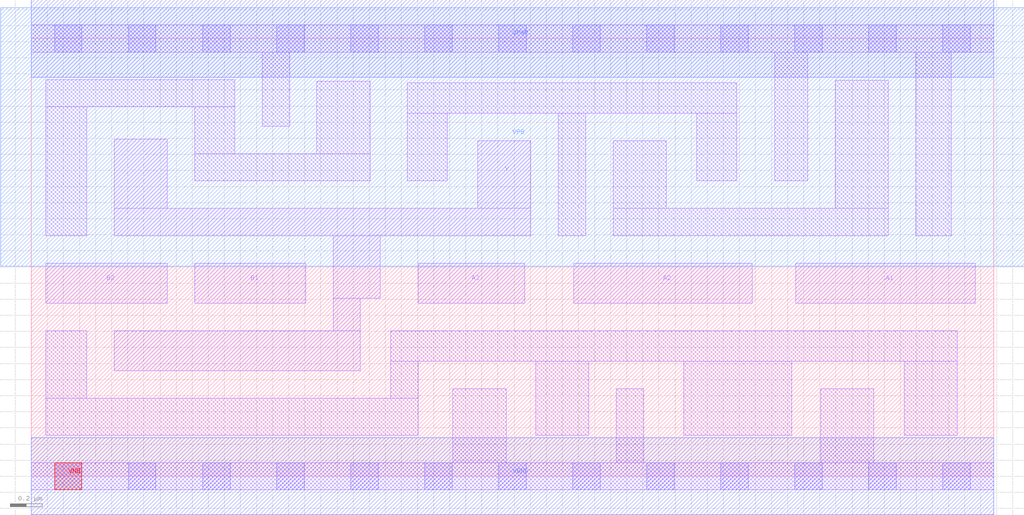
<source format=lef>
# Copyright 2020 The SkyWater PDK Authors
#
# Licensed under the Apache License, Version 2.0 (the "License");
# you may not use this file except in compliance with the License.
# You may obtain a copy of the License at
#
#     https://www.apache.org/licenses/LICENSE-2.0
#
# Unless required by applicable law or agreed to in writing, software
# distributed under the License is distributed on an "AS IS" BASIS,
# WITHOUT WARRANTIES OR CONDITIONS OF ANY KIND, either express or implied.
# See the License for the specific language governing permissions and
# limitations under the License.
#
# SPDX-License-Identifier: Apache-2.0

VERSION 5.7 ;
  NOWIREEXTENSIONATPIN ON ;
  DIVIDERCHAR "/" ;
  BUSBITCHARS "[]" ;
MACRO sky130_fd_sc_hd__o32ai_2
  CLASS CORE ;
  FOREIGN sky130_fd_sc_hd__o32ai_2 ;
  ORIGIN  0.000000  0.000000 ;
  SIZE  5.980000 BY  2.720000 ;
  SYMMETRY X Y R90 ;
  SITE unithd ;
  PIN A1
    ANTENNAGATEAREA  0.495000 ;
    DIRECTION INPUT ;
    USE SIGNAL ;
    PORT
      LAYER li1 ;
        RECT 4.750000 1.075000 5.865000 1.325000 ;
    END
  END A1
  PIN A2
    ANTENNAGATEAREA  0.495000 ;
    DIRECTION INPUT ;
    USE SIGNAL ;
    PORT
      LAYER li1 ;
        RECT 3.370000 1.075000 4.480000 1.325000 ;
    END
  END A2
  PIN A3
    ANTENNAGATEAREA  0.495000 ;
    DIRECTION INPUT ;
    USE SIGNAL ;
    PORT
      LAYER li1 ;
        RECT 2.405000 1.075000 3.065000 1.325000 ;
    END
  END A3
  PIN B1
    ANTENNAGATEAREA  0.495000 ;
    DIRECTION INPUT ;
    USE SIGNAL ;
    PORT
      LAYER li1 ;
        RECT 1.015000 1.075000 1.705000 1.325000 ;
    END
  END B1
  PIN B2
    ANTENNAGATEAREA  0.495000 ;
    DIRECTION INPUT ;
    USE SIGNAL ;
    PORT
      LAYER li1 ;
        RECT 0.090000 1.075000 0.845000 1.325000 ;
    END
  END B2
  PIN Y
    ANTENNADIFFAREA  0.891000 ;
    DIRECTION OUTPUT ;
    USE SIGNAL ;
    PORT
      LAYER li1 ;
        RECT 0.515000 0.655000 2.045000 0.905000 ;
        RECT 0.515000 1.495000 3.105000 1.665000 ;
        RECT 0.515000 1.665000 0.845000 2.095000 ;
        RECT 1.875000 0.905000 2.045000 1.105000 ;
        RECT 1.875000 1.105000 2.170000 1.495000 ;
        RECT 2.775000 1.665000 3.105000 2.085000 ;
    END
  END Y
  PIN VGND
    DIRECTION INOUT ;
    SHAPE ABUTMENT ;
    USE GROUND ;
    PORT
      LAYER met1 ;
        RECT 0.000000 -0.240000 5.980000 0.240000 ;
    END
  END VGND
  PIN VNB
    DIRECTION INOUT ;
    USE GROUND ;
    PORT
      LAYER pwell ;
        RECT 0.145000 -0.085000 0.315000 0.085000 ;
    END
  END VNB
  PIN VPB
    DIRECTION INOUT ;
    USE POWER ;
    PORT
      LAYER nwell ;
        RECT -0.190000 1.305000 6.170000 2.910000 ;
    END
  END VPB
  PIN VPWR
    DIRECTION INOUT ;
    SHAPE ABUTMENT ;
    USE POWER ;
    PORT
      LAYER met1 ;
        RECT 0.000000 2.480000 5.980000 2.960000 ;
    END
  END VPWR
  OBS
    LAYER li1 ;
      RECT 0.000000 -0.085000 5.980000 0.085000 ;
      RECT 0.000000  2.635000 5.980000 2.805000 ;
      RECT 0.090000  0.255000 2.405000 0.485000 ;
      RECT 0.090000  0.485000 0.345000 0.905000 ;
      RECT 0.090000  1.495000 0.345000 2.295000 ;
      RECT 0.090000  2.295000 1.265000 2.465000 ;
      RECT 1.015000  1.835000 2.105000 2.005000 ;
      RECT 1.015000  2.005000 1.265000 2.295000 ;
      RECT 1.435000  2.175000 1.605000 2.635000 ;
      RECT 1.775000  2.005000 2.105000 2.455000 ;
      RECT 2.235000  0.485000 2.405000 0.715000 ;
      RECT 2.235000  0.715000 5.755000 0.905000 ;
      RECT 2.335000  1.835000 2.585000 2.255000 ;
      RECT 2.335000  2.255000 4.385000 2.445000 ;
      RECT 2.620000  0.085000 2.950000 0.545000 ;
      RECT 3.135000  0.255000 3.465000 0.715000 ;
      RECT 3.275000  1.495000 3.445000 2.255000 ;
      RECT 3.615000  1.495000 5.325000 1.665000 ;
      RECT 3.615000  1.665000 3.945000 2.085000 ;
      RECT 3.635000  0.085000 3.805000 0.545000 ;
      RECT 4.055000  0.255000 4.725000 0.715000 ;
      RECT 4.135000  1.835000 4.385000 2.255000 ;
      RECT 4.620000  1.835000 4.825000 2.635000 ;
      RECT 4.905000  0.085000 5.235000 0.545000 ;
      RECT 4.995000  1.665000 5.325000 2.460000 ;
      RECT 5.425000  0.255000 5.755000 0.715000 ;
      RECT 5.495000  1.495000 5.715000 2.635000 ;
    LAYER mcon ;
      RECT 0.145000 -0.085000 0.315000 0.085000 ;
      RECT 0.145000  2.635000 0.315000 2.805000 ;
      RECT 0.605000 -0.085000 0.775000 0.085000 ;
      RECT 0.605000  2.635000 0.775000 2.805000 ;
      RECT 1.065000 -0.085000 1.235000 0.085000 ;
      RECT 1.065000  2.635000 1.235000 2.805000 ;
      RECT 1.525000 -0.085000 1.695000 0.085000 ;
      RECT 1.525000  2.635000 1.695000 2.805000 ;
      RECT 1.985000 -0.085000 2.155000 0.085000 ;
      RECT 1.985000  2.635000 2.155000 2.805000 ;
      RECT 2.445000 -0.085000 2.615000 0.085000 ;
      RECT 2.445000  2.635000 2.615000 2.805000 ;
      RECT 2.905000 -0.085000 3.075000 0.085000 ;
      RECT 2.905000  2.635000 3.075000 2.805000 ;
      RECT 3.365000 -0.085000 3.535000 0.085000 ;
      RECT 3.365000  2.635000 3.535000 2.805000 ;
      RECT 3.825000 -0.085000 3.995000 0.085000 ;
      RECT 3.825000  2.635000 3.995000 2.805000 ;
      RECT 4.285000 -0.085000 4.455000 0.085000 ;
      RECT 4.285000  2.635000 4.455000 2.805000 ;
      RECT 4.745000 -0.085000 4.915000 0.085000 ;
      RECT 4.745000  2.635000 4.915000 2.805000 ;
      RECT 5.205000 -0.085000 5.375000 0.085000 ;
      RECT 5.205000  2.635000 5.375000 2.805000 ;
      RECT 5.665000 -0.085000 5.835000 0.085000 ;
      RECT 5.665000  2.635000 5.835000 2.805000 ;
  END
END sky130_fd_sc_hd__o32ai_2
END LIBRARY

</source>
